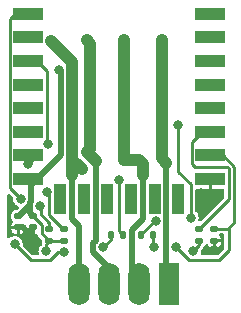
<source format=gbr>
%TF.GenerationSoftware,KiCad,Pcbnew,6.0.5-a6ca702e91~116~ubuntu20.04.1*%
%TF.CreationDate,2022-06-07T16:18:29-07:00*%
%TF.ProjectId,esp8266-dongle,65737038-3236-4362-9d64-6f6e676c652e,rev?*%
%TF.SameCoordinates,Original*%
%TF.FileFunction,Copper,L1,Top*%
%TF.FilePolarity,Positive*%
%FSLAX46Y46*%
G04 Gerber Fmt 4.6, Leading zero omitted, Abs format (unit mm)*
G04 Created by KiCad (PCBNEW 6.0.5-a6ca702e91~116~ubuntu20.04.1) date 2022-06-07 16:18:29*
%MOMM*%
%LPD*%
G01*
G04 APERTURE LIST*
G04 Aperture macros list*
%AMRoundRect*
0 Rectangle with rounded corners*
0 $1 Rounding radius*
0 $2 $3 $4 $5 $6 $7 $8 $9 X,Y pos of 4 corners*
0 Add a 4 corners polygon primitive as box body*
4,1,4,$2,$3,$4,$5,$6,$7,$8,$9,$2,$3,0*
0 Add four circle primitives for the rounded corners*
1,1,$1+$1,$2,$3*
1,1,$1+$1,$4,$5*
1,1,$1+$1,$6,$7*
1,1,$1+$1,$8,$9*
0 Add four rect primitives between the rounded corners*
20,1,$1+$1,$2,$3,$4,$5,0*
20,1,$1+$1,$4,$5,$6,$7,0*
20,1,$1+$1,$6,$7,$8,$9,0*
20,1,$1+$1,$8,$9,$2,$3,0*%
G04 Aperture macros list end*
%TA.AperFunction,SMDPad,CuDef*%
%ADD10RoundRect,0.135000X0.185000X-0.135000X0.185000X0.135000X-0.185000X0.135000X-0.185000X-0.135000X0*%
%TD*%
%TA.AperFunction,SMDPad,CuDef*%
%ADD11RoundRect,0.135000X-0.185000X0.135000X-0.185000X-0.135000X0.185000X-0.135000X0.185000X0.135000X0*%
%TD*%
%TA.AperFunction,SMDPad,CuDef*%
%ADD12RoundRect,0.135000X-0.135000X-0.185000X0.135000X-0.185000X0.135000X0.185000X-0.135000X0.185000X0*%
%TD*%
%TA.AperFunction,SMDPad,CuDef*%
%ADD13R,2.500000X1.100000*%
%TD*%
%TA.AperFunction,SMDPad,CuDef*%
%ADD14R,1.100000X2.500000*%
%TD*%
%TA.AperFunction,ComponentPad*%
%ADD15R,1.800000X3.600000*%
%TD*%
%TA.AperFunction,ComponentPad*%
%ADD16O,1.800000X3.600000*%
%TD*%
%TA.AperFunction,SMDPad,CuDef*%
%ADD17RoundRect,0.140000X-0.170000X0.140000X-0.170000X-0.140000X0.170000X-0.140000X0.170000X0.140000X0*%
%TD*%
%TA.AperFunction,SMDPad,CuDef*%
%ADD18RoundRect,0.135000X0.135000X0.185000X-0.135000X0.185000X-0.135000X-0.185000X0.135000X-0.185000X0*%
%TD*%
%TA.AperFunction,ViaPad*%
%ADD19C,0.800000*%
%TD*%
%TA.AperFunction,Conductor*%
%ADD20C,0.500000*%
%TD*%
%TA.AperFunction,Conductor*%
%ADD21C,0.250000*%
%TD*%
%TA.AperFunction,Conductor*%
%ADD22C,1.000000*%
%TD*%
G04 APERTURE END LIST*
D10*
%TO.P,R2,1*%
%TO.N,+3V3*%
X122555000Y-98300000D03*
%TO.P,R2,2*%
%TO.N,/GPIO2*%
X122555000Y-97280000D03*
%TD*%
D11*
%TO.P,R1,1*%
%TO.N,/GPIO15*%
X123825000Y-97280000D03*
%TO.P,R1,2*%
%TO.N,GND*%
X123825000Y-98300000D03*
%TD*%
D12*
%TO.P,R4,1*%
%TO.N,/ROUTER_RX*%
X117600000Y-97790000D03*
%TO.P,R4,2*%
%TO.N,/GPIO15*%
X118620000Y-97790000D03*
%TD*%
D13*
%TO.P,U1,1,REST*%
%TO.N,/RESET*%
X108090000Y-79060000D03*
%TO.P,U1,2,ADC*%
%TO.N,/ADC*%
X108090000Y-81060000D03*
%TO.P,U1,3,CH_PD*%
%TO.N,/CH_PD*%
X108090000Y-83060000D03*
%TO.P,U1,4,GPIO16*%
%TO.N,/GPIO16*%
X108090000Y-85060000D03*
%TO.P,U1,5,GPIO14*%
%TO.N,/GPIO14*%
X108090000Y-87060000D03*
%TO.P,U1,6,GPIO12*%
%TO.N,/GPIO12*%
X108090000Y-89060000D03*
%TO.P,U1,7,GPIO13*%
%TO.N,/GPIO13*%
X108090000Y-91060000D03*
%TO.P,U1,8,VCC*%
%TO.N,+3V3*%
X108090000Y-93060000D03*
%TO.P,U1,9,GND*%
%TO.N,GND*%
X123490000Y-93060000D03*
%TO.P,U1,10,GPIO15*%
%TO.N,/GPIO15*%
X123490000Y-91060000D03*
%TO.P,U1,11,GPIO2*%
%TO.N,/GPIO2*%
X123490000Y-89060000D03*
%TO.P,U1,12,GPIO0*%
%TO.N,/GPIO0*%
X123490000Y-87060000D03*
%TO.P,U1,13,GPIO4*%
%TO.N,/GPIO4*%
X123490000Y-85060000D03*
%TO.P,U1,14,GPIO5*%
%TO.N,/GPIO5*%
X123490000Y-83060000D03*
%TO.P,U1,15,RXD*%
%TO.N,/RXD*%
X123490000Y-81060000D03*
%TO.P,U1,16,TXD*%
%TO.N,/TXD*%
X123490000Y-79060000D03*
D14*
%TO.P,U1,17,CS0*%
%TO.N,unconnected-(U1-Pad17)*%
X110780000Y-94760000D03*
%TO.P,U1,18,MISO*%
%TO.N,unconnected-(U1-Pad18)*%
X112780000Y-94760000D03*
%TO.P,U1,19,GPIO9*%
%TO.N,/GPIO9*%
X114780000Y-94760000D03*
%TO.P,U1,20,GPIO10*%
%TO.N,/GPIO10*%
X116780000Y-94760000D03*
%TO.P,U1,21,MOSI*%
%TO.N,unconnected-(U1-Pad21)*%
X118780000Y-94760000D03*
%TO.P,U1,22,SCLK*%
%TO.N,unconnected-(U1-Pad22)*%
X120780000Y-94760000D03*
%TD*%
D15*
%TO.P,J1,1,Pin_1*%
%TO.N,/PIN1*%
X120005000Y-101970000D03*
D16*
%TO.P,J1,2,Pin_2*%
%TO.N,/PIN2*%
X117465000Y-101970000D03*
%TO.P,J1,3,Pin_3*%
%TO.N,/PIN3*%
X114925000Y-101970000D03*
%TO.P,J1,4,Pin_4*%
%TO.N,/PIN4*%
X112385000Y-101970000D03*
%TD*%
D17*
%TO.P,C1,1*%
%TO.N,+3V3*%
X107215000Y-96195000D03*
%TO.P,C1,2*%
%TO.N,GND*%
X107215000Y-97155000D03*
%TD*%
D10*
%TO.P,R5,1*%
%TO.N,+3V3*%
X111125000Y-98300000D03*
%TO.P,R5,2*%
%TO.N,/CH_PD*%
X111125000Y-97280000D03*
%TD*%
D17*
%TO.P,C2,1*%
%TO.N,+3V3*%
X108485000Y-96195000D03*
%TO.P,C2,2*%
%TO.N,GND*%
X108485000Y-97155000D03*
%TD*%
D18*
%TO.P,R3,1*%
%TO.N,/ROUTER_TX*%
X116080000Y-97790000D03*
%TO.P,R3,2*%
%TO.N,/GPIO13*%
X115060000Y-97790000D03*
%TD*%
D10*
%TO.P,R6,1*%
%TO.N,+3V3*%
X109855000Y-98300000D03*
%TO.P,R6,2*%
%TO.N,/RESET*%
X109855000Y-97280000D03*
%TD*%
D19*
%TO.N,+3V3*%
X122047000Y-99187000D03*
X110680011Y-83861607D03*
X109601000Y-99187000D03*
%TO.N,GND*%
X124206000Y-94361000D03*
X123825000Y-99060000D03*
X122682000Y-94234000D03*
X108028827Y-97589031D03*
%TO.N,/PIN1*%
X119779511Y-91675489D03*
X119380000Y-81280000D03*
%TO.N,/PIN2*%
X116205000Y-81280000D03*
X116205000Y-91440000D03*
%TO.N,/PIN3*%
X113030000Y-81280000D03*
X113030000Y-90805000D03*
%TO.N,/PIN4*%
X112649000Y-92202000D03*
X109939502Y-81280000D03*
%TO.N,/ROUTER_TX*%
X115780000Y-93113891D03*
%TO.N,/ROUTER_RX*%
X118872000Y-96647000D03*
X120777000Y-88519000D03*
X121840151Y-96324878D03*
%TO.N,/GPIO15*%
X120626796Y-98843500D03*
X118721796Y-98843500D03*
%TO.N,/GPIO13*%
X114427873Y-98843500D03*
X108077000Y-91821000D03*
X106938299Y-98547701D03*
X111067980Y-99235422D03*
%TO.N,/CH_PD*%
X109630499Y-94134417D03*
X109740076Y-90056476D03*
%TO.N,/RESET*%
X107442000Y-94742000D03*
X109093000Y-95377000D03*
%TD*%
D20*
%TO.N,+3V3*%
X110818717Y-84000313D02*
X110680011Y-83861607D01*
X108291501Y-94977122D02*
X108243499Y-95025124D01*
D21*
X109855000Y-98300000D02*
X111125000Y-98300000D01*
D20*
X108790000Y-93060000D02*
X108291501Y-93558499D01*
X110818717Y-91031283D02*
X110818717Y-84000313D01*
X108243499Y-95025124D02*
X108243499Y-95266501D01*
X108243499Y-95266501D02*
X108243499Y-95953499D01*
D21*
X109210480Y-96913550D02*
X109210480Y-97655480D01*
X109210480Y-97655480D02*
X109855000Y-98300000D01*
X108491930Y-96195000D02*
X109210480Y-96913550D01*
X109601000Y-98554000D02*
X109855000Y-98300000D01*
D20*
X108291501Y-93558499D02*
X108291501Y-94977122D01*
D21*
X122555000Y-98679000D02*
X122047000Y-99187000D01*
D20*
X108243499Y-95266501D02*
X107315000Y-96195000D01*
D21*
X108485000Y-96195000D02*
X108491930Y-96195000D01*
X109601000Y-99187000D02*
X109601000Y-98554000D01*
D20*
X108243499Y-95953499D02*
X108485000Y-96195000D01*
D21*
X122555000Y-98300000D02*
X122555000Y-98679000D01*
D20*
X108790000Y-93060000D02*
X110818717Y-91031283D01*
%TO.N,GND*%
X108150969Y-97589031D02*
X108028827Y-97589031D01*
X107594796Y-97155000D02*
X108028827Y-97589031D01*
X107315000Y-97155000D02*
X107594796Y-97155000D01*
X108585000Y-97155000D02*
X108150969Y-97589031D01*
D21*
X123825000Y-98300000D02*
X123825000Y-99060000D01*
D22*
%TO.N,/PIN1*%
X119380000Y-81280000D02*
X119380000Y-91275978D01*
D20*
X119777295Y-102642295D02*
X120005000Y-102870000D01*
X119779511Y-98616779D02*
X119777295Y-98618995D01*
D22*
X119380000Y-91275978D02*
X119779511Y-91675489D01*
D20*
X119779511Y-91675489D02*
X119779511Y-98616779D01*
X119777295Y-98618995D02*
X119777295Y-102642295D01*
%TO.N,/PIN2*%
X116880480Y-97358542D02*
X117779511Y-96459511D01*
D22*
X117779511Y-92710000D02*
X117779511Y-91744511D01*
X117779511Y-91744511D02*
X117475000Y-91440000D01*
D20*
X117465000Y-102870000D02*
X116880480Y-102285480D01*
X116880480Y-102285480D02*
X116880480Y-97358542D01*
D22*
X117475000Y-91440000D02*
X116205000Y-91440000D01*
X116205000Y-81280000D02*
X116205000Y-91440000D01*
D20*
X117779511Y-96459511D02*
X117779511Y-92710000D01*
D22*
%TO.N,/PIN3*%
X113340510Y-81590510D02*
X113030000Y-81280000D01*
D20*
X113779511Y-98290485D02*
X113779511Y-91554511D01*
X113578372Y-99206439D02*
X113578372Y-98491624D01*
X113578372Y-98491624D02*
X113779511Y-98290485D01*
D22*
X113779511Y-91554511D02*
X113030000Y-90805000D01*
X113340510Y-90494490D02*
X113340510Y-81590510D01*
X113030000Y-90805000D02*
X113340510Y-90494490D01*
D20*
X114925000Y-100553067D02*
X113578372Y-99206439D01*
X114925000Y-102870000D02*
X114925000Y-100553067D01*
D22*
%TO.N,/PIN4*%
X112248489Y-91801489D02*
X112649000Y-92202000D01*
D20*
X112385000Y-97064022D02*
X111779511Y-96458533D01*
D22*
X111779511Y-83120009D02*
X110039511Y-81380009D01*
D20*
X112385000Y-102870000D02*
X112385000Y-97064022D01*
D22*
X111779511Y-91801489D02*
X112248489Y-91801489D01*
X111779511Y-91801489D02*
X111779511Y-83120009D01*
X111779511Y-92729511D02*
X111779511Y-91801489D01*
D20*
X111779511Y-96458533D02*
X111779511Y-92729511D01*
D21*
%TO.N,/ROUTER_TX*%
X116080000Y-97790000D02*
X115780000Y-97490000D01*
X115780000Y-97490000D02*
X115780000Y-93113891D01*
%TO.N,/ROUTER_RX*%
X120777000Y-92456000D02*
X121840151Y-93519151D01*
X117600000Y-97790000D02*
X118743000Y-96647000D01*
X121840151Y-96324878D02*
X121840151Y-93519151D01*
X118743000Y-96647000D02*
X118872000Y-96647000D01*
X120777000Y-92456000D02*
X120777000Y-88519000D01*
%TO.N,/GPIO15*%
X124243499Y-99911501D02*
X121694797Y-99911501D01*
X125064511Y-97185489D02*
X125514022Y-96735978D01*
X121694797Y-99911501D02*
X120626796Y-98843500D01*
X118620000Y-98741704D02*
X118721796Y-98843500D01*
X125064511Y-99090489D02*
X124243499Y-99911501D01*
X124574726Y-91060000D02*
X122790000Y-91060000D01*
X125514022Y-91999296D02*
X124574726Y-91060000D01*
X125064511Y-97185489D02*
X125064511Y-99090489D01*
X124970000Y-97280000D02*
X125064511Y-97185489D01*
X118620000Y-97790000D02*
X118620000Y-98741704D01*
X125514022Y-96735978D02*
X125514022Y-91999296D01*
X123825000Y-97280000D02*
X124970000Y-97280000D01*
%TO.N,/GPIO2*%
X125064511Y-92185489D02*
X124954022Y-92075000D01*
X121915489Y-91816489D02*
X121915489Y-89934511D01*
X122174000Y-92075000D02*
X121915489Y-91816489D01*
X122555000Y-97280000D02*
X125064511Y-94770489D01*
X121915489Y-89934511D02*
X122790000Y-89060000D01*
X124954022Y-92075000D02*
X122174000Y-92075000D01*
X125064511Y-94770489D02*
X125064511Y-92185489D01*
%TO.N,/GPIO13*%
X115060000Y-98211373D02*
X114427873Y-98843500D01*
X108077000Y-91821000D02*
X108077000Y-91773000D01*
X108302099Y-99911501D02*
X106938299Y-98547701D01*
X110577178Y-99235422D02*
X109901099Y-99911501D01*
X109901099Y-99911501D02*
X108302099Y-99911501D01*
X111067980Y-99235422D02*
X110577178Y-99235422D01*
X115060000Y-97790000D02*
X115060000Y-98211373D01*
X108077000Y-91773000D02*
X108790000Y-91060000D01*
%TO.N,/CH_PD*%
X109817501Y-94321419D02*
X109817501Y-96100797D01*
X109664511Y-83934511D02*
X109664511Y-89980911D01*
X109630499Y-94134417D02*
X109817501Y-94321419D01*
X109817501Y-96100797D02*
X110996704Y-97280000D01*
X109664511Y-89980911D02*
X109740076Y-90056476D01*
X108790000Y-83060000D02*
X109664511Y-83934511D01*
X110996704Y-97280000D02*
X111125000Y-97280000D01*
%TO.N,/RESET*%
X106515489Y-79539511D02*
X106515489Y-93815489D01*
X109855000Y-96774000D02*
X109855000Y-97280000D01*
X106515489Y-79539511D02*
X106995000Y-79060000D01*
X109119520Y-96038520D02*
X109855000Y-96774000D01*
X106515489Y-93815489D02*
X107442000Y-94742000D01*
X109119520Y-95403520D02*
X109119520Y-96038520D01*
X108790000Y-79060000D02*
X106995000Y-79060000D01*
X109093000Y-95377000D02*
X109119520Y-95403520D01*
%TD*%
%TA.AperFunction,Conductor*%
%TO.N,GND*%
G36*
X124627132Y-97679502D02*
G01*
X124673625Y-97733158D01*
X124685011Y-97785500D01*
X124685011Y-98881105D01*
X124665009Y-98949226D01*
X124648106Y-98970200D01*
X124123210Y-99495096D01*
X124060898Y-99529122D01*
X124034115Y-99532001D01*
X122800201Y-99532001D01*
X122732080Y-99511999D01*
X122685587Y-99458343D01*
X122675483Y-99388069D01*
X122679744Y-99372214D01*
X122679042Y-99372026D01*
X122681006Y-99364695D01*
X122683842Y-99357641D01*
X122696599Y-99268000D01*
X122705581Y-99204891D01*
X122705581Y-99204888D01*
X122706162Y-99200807D01*
X122706307Y-99187000D01*
X122700437Y-99138495D01*
X122712111Y-99068467D01*
X122736429Y-99034266D01*
X122785225Y-98985470D01*
X122803960Y-98970340D01*
X122805190Y-98969220D01*
X122813940Y-98963571D01*
X122825249Y-98949226D01*
X122834728Y-98937201D01*
X122838676Y-98932759D01*
X122838603Y-98932697D01*
X122841963Y-98928732D01*
X122845638Y-98925057D01*
X122848655Y-98920835D01*
X122848660Y-98920829D01*
X122856862Y-98909350D01*
X122860428Y-98904600D01*
X122878950Y-98881105D01*
X122892156Y-98864353D01*
X122895189Y-98855716D01*
X122900513Y-98848266D01*
X122905489Y-98831629D01*
X122944168Y-98772095D01*
X122955187Y-98764716D01*
X122954936Y-98764371D01*
X122962956Y-98758544D01*
X122971796Y-98754040D01*
X123059040Y-98666796D01*
X123063542Y-98657961D01*
X123078013Y-98629560D01*
X123126761Y-98577944D01*
X123195676Y-98560878D01*
X123262877Y-98583778D01*
X123302547Y-98629559D01*
X123316869Y-98657666D01*
X123328380Y-98673510D01*
X123401490Y-98746620D01*
X123417333Y-98758131D01*
X123509460Y-98805072D01*
X123528087Y-98811124D01*
X123604492Y-98823225D01*
X123614338Y-98824000D01*
X123679885Y-98824000D01*
X123695124Y-98819525D01*
X123696329Y-98818135D01*
X123698000Y-98810452D01*
X123698000Y-98805885D01*
X123952000Y-98805885D01*
X123956475Y-98821124D01*
X123957865Y-98822329D01*
X123965548Y-98824000D01*
X124035662Y-98824000D01*
X124045508Y-98823225D01*
X124121913Y-98811124D01*
X124140540Y-98805072D01*
X124232667Y-98758131D01*
X124248510Y-98746620D01*
X124321620Y-98673510D01*
X124333131Y-98657667D01*
X124380072Y-98565540D01*
X124386124Y-98546913D01*
X124398225Y-98470508D01*
X124399000Y-98460662D01*
X124399000Y-98445115D01*
X124394525Y-98429876D01*
X124393135Y-98428671D01*
X124385452Y-98427000D01*
X123970115Y-98427000D01*
X123954876Y-98431475D01*
X123953671Y-98432865D01*
X123952000Y-98440548D01*
X123952000Y-98805885D01*
X123698000Y-98805885D01*
X123698000Y-98299000D01*
X123718002Y-98230879D01*
X123771658Y-98184386D01*
X123824000Y-98173000D01*
X124380885Y-98173000D01*
X124396124Y-98168525D01*
X124397329Y-98167135D01*
X124399000Y-98159452D01*
X124399000Y-98139338D01*
X124398225Y-98129492D01*
X124386124Y-98053087D01*
X124380072Y-98034460D01*
X124333131Y-97942333D01*
X124321620Y-97926490D01*
X124274578Y-97879448D01*
X124240552Y-97817136D01*
X124245617Y-97746321D01*
X124274578Y-97701258D01*
X124279431Y-97696405D01*
X124341743Y-97662379D01*
X124368526Y-97659500D01*
X124559011Y-97659500D01*
X124627132Y-97679502D01*
G37*
%TD.AperFunction*%
%TA.AperFunction,Conductor*%
G36*
X106508012Y-94345160D02*
G01*
X106514595Y-94351289D01*
X106752249Y-94588943D01*
X106786275Y-94651255D01*
X106788076Y-94694485D01*
X106784212Y-94723835D01*
X106782729Y-94735096D01*
X106800113Y-94892553D01*
X106854553Y-95041319D01*
X106942908Y-95172805D01*
X107060076Y-95279419D01*
X107196761Y-95353633D01*
X107196762Y-95353634D01*
X107199293Y-95355008D01*
X107199064Y-95355430D01*
X107251150Y-95396072D01*
X107274625Y-95463075D01*
X107258148Y-95532134D01*
X107237886Y-95558643D01*
X107172933Y-95623596D01*
X107110621Y-95657622D01*
X107083838Y-95660501D01*
X107013956Y-95660501D01*
X106990792Y-95664170D01*
X106931371Y-95673580D01*
X106931369Y-95673581D01*
X106921573Y-95675132D01*
X106810229Y-95731865D01*
X106721865Y-95820229D01*
X106665132Y-95931573D01*
X106650500Y-96023955D01*
X106650501Y-96366044D01*
X106651276Y-96370937D01*
X106655975Y-96400605D01*
X106665132Y-96458427D01*
X106669635Y-96467264D01*
X106669635Y-96467265D01*
X106681335Y-96490227D01*
X106721865Y-96569771D01*
X106738352Y-96586258D01*
X106772378Y-96648570D01*
X106767313Y-96719385D01*
X106738352Y-96764448D01*
X106729285Y-96773515D01*
X106717774Y-96789358D01*
X106670114Y-96882897D01*
X106664062Y-96901521D01*
X106651775Y-96979103D01*
X106651000Y-96988946D01*
X106651000Y-97009885D01*
X106655475Y-97025124D01*
X106656865Y-97026329D01*
X106664548Y-97028000D01*
X107216000Y-97028000D01*
X107284121Y-97048002D01*
X107330614Y-97101658D01*
X107342000Y-97154000D01*
X107342000Y-97670884D01*
X107346475Y-97686123D01*
X107347865Y-97687328D01*
X107355548Y-97688999D01*
X107411051Y-97688999D01*
X107420900Y-97688224D01*
X107498472Y-97675939D01*
X107517108Y-97669884D01*
X107610642Y-97622226D01*
X107626485Y-97610715D01*
X107700715Y-97536485D01*
X107712226Y-97520642D01*
X107737733Y-97470582D01*
X107786481Y-97418967D01*
X107855396Y-97401901D01*
X107922598Y-97424802D01*
X107962267Y-97470582D01*
X107987774Y-97520642D01*
X107999285Y-97536485D01*
X108073515Y-97610715D01*
X108089358Y-97622226D01*
X108182897Y-97669886D01*
X108201521Y-97675938D01*
X108279103Y-97688225D01*
X108288946Y-97689000D01*
X108339885Y-97689000D01*
X108355124Y-97684525D01*
X108356329Y-97683135D01*
X108358000Y-97675452D01*
X108358000Y-97154000D01*
X108378002Y-97085879D01*
X108431658Y-97039386D01*
X108484000Y-97028000D01*
X108486000Y-97028000D01*
X108554121Y-97048002D01*
X108600614Y-97101658D01*
X108612000Y-97154000D01*
X108612000Y-97670884D01*
X108616475Y-97686123D01*
X108617865Y-97687328D01*
X108625548Y-97688999D01*
X108681051Y-97688999D01*
X108690902Y-97688224D01*
X108705677Y-97685884D01*
X108776088Y-97694985D01*
X108830401Y-97740708D01*
X108840712Y-97762949D01*
X108841004Y-97762809D01*
X108842510Y-97765944D01*
X108845220Y-97772560D01*
X108846476Y-97780106D01*
X108851423Y-97789275D01*
X108851424Y-97789277D01*
X108870814Y-97825212D01*
X108873511Y-97830505D01*
X108892265Y-97869562D01*
X108892268Y-97869566D01*
X108895699Y-97876712D01*
X108899294Y-97880988D01*
X108901217Y-97882911D01*
X108902989Y-97884843D01*
X108903032Y-97884922D01*
X108902908Y-97885035D01*
X108903384Y-97885575D01*
X108906470Y-97891294D01*
X108914115Y-97898361D01*
X108946066Y-97927896D01*
X108949632Y-97931326D01*
X109241613Y-98223307D01*
X109275639Y-98285619D01*
X109270574Y-98356434D01*
X109267091Y-98364528D01*
X109263844Y-98368647D01*
X109260812Y-98377281D01*
X109255486Y-98384734D01*
X109252501Y-98394715D01*
X109240799Y-98433844D01*
X109238964Y-98439492D01*
X109224610Y-98480367D01*
X109221982Y-98487851D01*
X109221500Y-98493416D01*
X109221500Y-98496124D01*
X109221386Y-98498758D01*
X109221357Y-98498856D01*
X109221193Y-98498849D01*
X109221149Y-98499553D01*
X109219287Y-98505778D01*
X109220833Y-98545116D01*
X109221403Y-98559635D01*
X109221500Y-98564582D01*
X109221500Y-98592187D01*
X109201498Y-98660308D01*
X109178330Y-98687135D01*
X109111039Y-98745838D01*
X109019950Y-98875444D01*
X109002255Y-98920829D01*
X108966838Y-99011670D01*
X108962406Y-99023037D01*
X108961414Y-99030570D01*
X108961414Y-99030571D01*
X108943414Y-99167298D01*
X108941729Y-99180096D01*
X108947837Y-99235422D01*
X108956049Y-99309798D01*
X108959113Y-99337553D01*
X108961723Y-99344685D01*
X108968316Y-99362702D01*
X108972941Y-99433548D01*
X108938530Y-99495648D01*
X108876008Y-99529285D01*
X108849989Y-99532001D01*
X108511483Y-99532001D01*
X108443362Y-99511999D01*
X108422388Y-99495096D01*
X107628442Y-98701150D01*
X107594416Y-98638838D01*
X107592794Y-98594302D01*
X107596880Y-98565593D01*
X107596880Y-98565587D01*
X107597461Y-98561508D01*
X107597606Y-98547701D01*
X107578575Y-98390434D01*
X107522579Y-98242247D01*
X107486253Y-98189392D01*
X107437154Y-98117952D01*
X107437153Y-98117950D01*
X107432852Y-98111693D01*
X107423631Y-98103477D01*
X107368327Y-98054204D01*
X107314574Y-98006312D01*
X107307188Y-98002401D01*
X107181287Y-97935740D01*
X107181288Y-97935740D01*
X107174573Y-97932185D01*
X107167210Y-97930336D01*
X107167206Y-97930334D01*
X107120584Y-97918624D01*
X107059388Y-97882630D01*
X107027367Y-97819264D01*
X107034687Y-97748646D01*
X107062493Y-97713870D01*
X107060896Y-97712486D01*
X107086329Y-97683135D01*
X107088000Y-97675452D01*
X107088000Y-97300115D01*
X107083525Y-97284876D01*
X107082135Y-97283671D01*
X107074452Y-97282000D01*
X106669116Y-97282000D01*
X106653877Y-97286475D01*
X106652672Y-97287865D01*
X106651001Y-97295548D01*
X106651001Y-97321051D01*
X106651776Y-97330900D01*
X106664061Y-97408472D01*
X106670116Y-97427108D01*
X106717774Y-97520642D01*
X106729285Y-97536485D01*
X106803515Y-97610715D01*
X106819361Y-97622228D01*
X106889774Y-97658105D01*
X106941390Y-97706853D01*
X106958456Y-97775768D01*
X106935556Y-97842969D01*
X106879958Y-97887122D01*
X106861986Y-97892891D01*
X106715863Y-97927972D01*
X106715861Y-97927973D01*
X106708483Y-97929744D01*
X106567713Y-98002401D01*
X106561996Y-98007388D01*
X106561989Y-98007393D01*
X106508329Y-98054204D01*
X106443847Y-98083912D01*
X106373540Y-98074042D01*
X106319730Y-98027728D01*
X106299500Y-97959255D01*
X106299500Y-94440384D01*
X106319502Y-94372263D01*
X106373158Y-94325770D01*
X106443432Y-94315666D01*
X106508012Y-94345160D01*
G37*
%TD.AperFunction*%
%TA.AperFunction,Conductor*%
G36*
X123559121Y-92953002D02*
G01*
X123605614Y-93006658D01*
X123617000Y-93059000D01*
X123617000Y-93845884D01*
X123621475Y-93861123D01*
X123622865Y-93862328D01*
X123630548Y-93863999D01*
X124559011Y-93863999D01*
X124627132Y-93884001D01*
X124673625Y-93937657D01*
X124685011Y-93989999D01*
X124685011Y-94561105D01*
X124665009Y-94629226D01*
X124648106Y-94650200D01*
X122688961Y-96609345D01*
X122626649Y-96643371D01*
X122555834Y-96638306D01*
X122498998Y-96595759D01*
X122474187Y-96529239D01*
X122477402Y-96495577D01*
X122476993Y-96495519D01*
X122498732Y-96342769D01*
X122498732Y-96342766D01*
X122499313Y-96338685D01*
X122499458Y-96324878D01*
X122480427Y-96167611D01*
X122424431Y-96019424D01*
X122334704Y-95888870D01*
X122261832Y-95823943D01*
X122224277Y-95763694D01*
X122219651Y-95729867D01*
X122219651Y-93990000D01*
X122239653Y-93921879D01*
X122293309Y-93875386D01*
X122345651Y-93864000D01*
X123344885Y-93864000D01*
X123360124Y-93859525D01*
X123361329Y-93858135D01*
X123363000Y-93850452D01*
X123363000Y-93059000D01*
X123383002Y-92990879D01*
X123436658Y-92944386D01*
X123489000Y-92933000D01*
X123491000Y-92933000D01*
X123559121Y-92953002D01*
G37*
%TD.AperFunction*%
%TD*%
M02*

</source>
